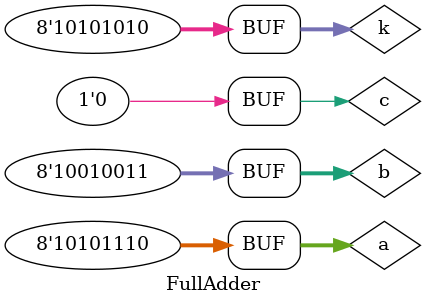
<source format=v>
module CLA(a,b,c,s,co);
    input [7:0] a,b;
    input [0:0] c;
    output [8:0] s;
    output [0:0] co;
    wire [0:0] cx0, cx1, cx2, cx3, cx4, cx5, cx6;
    Carry c1(.a(a[0:0]), .b(b[0:0]), .c(c[0:0]), .s(s[0:0]), .co(cx0[0:0]));
    Carry c2(.a(a[1:1]), .b(b[1:1]), .c(cx0[0:0]), .s(s[1:1]), .co(cx1[0:0]));
    Carry c3(.a(a[2:2]), .b(b[2:2]), .c(cx1[0:0]), .s(s[2:2]), .co(cx2[0:0]));
    Carry c4(.a(a[3:3]), .b(b[3:3]), .c(cx2[0:0]), .s(s[3:3]), .co(cx3[0:0]));
    Carry c5(.a(a[4:4]), .b(b[4:4]), .c(cx3[0:0]), .s(s[4:4]), .co(cx4[0:0]));
    Carry c6(.a(a[5:5]), .b(b[5:5]), .c(cx4[0:0]), .s(s[5:5]), .co(cx5[0:0]));
    Carry c7(.a(a[6:6]), .b(b[6:6]), .c(cx5[0:0]), .s(s[6:6]), .co(cx6[0:0]));
    Carry c8(.a(a[7:7]), .b(b[7:7]), .c(cx6[0:0]), .s(s[7:7]), .co(s[8:8]));
    assign co[0:0] = s[8:8];
endmodule

module Oracle(a,k,enca);
    input [7:0] a;
    input [7:0] k;
    output [7:0] enca;
    assign enca[7:0] = a[7:0] ^ k[7:0];
endmodule

module Carry(a,b,c,s,co);
    input [0:0] a;
    input [0:0] b;
    input [0:0] c;
    output [0:0] s;
    output [0:0] co;
    wire [0:0] out1, out2, out3, out4;
    assign out1 = a & b;
    assign out2 = a ^ b;
    assign out3 = out2 & c;
    assign co = out3 | out1;
    assign out4 = a ^ b;
    assign s = out4 ^ c;
endmodule

module FullAdder;
    reg [7:0] a;
    reg [7:0] b;
    reg [0:0] c;
    reg [7:0] k;
    wire [7:0] enca;
    wire [8:0] s;
    wire [0:0] co;
    Oracle ora (.a(a), .k(k), .enca(enca));
    CLA cla (.a(enca), .b(b), .c(c), .s(s), .co(co));
    initial begin
    k='b10101010;
  	a=174;
  	b=147;
  	c=0;
  	$dumpfile(" 1000.vcd");
    $dumpvars;
    end
endmodule

</source>
